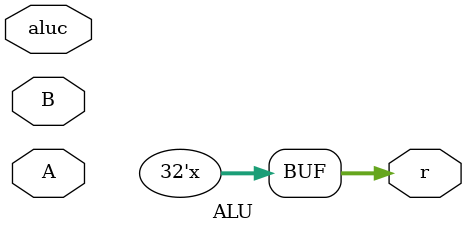
<source format=v>
`timescale 1ns / 1ps


module ALU(aluc,A, B, r);
input[3:0] aluc;
input [31:0] A,B; 
output reg [31:0] r; 
always @(aluc, A, B) begin
case (aluc)
4'hx:r<=32'hxxxxxxxx;
0: r <= A & B; 
1: r <= A | B; 
2: r <= A + B; 
6: r <= A - B; 
7: r <= A < B ? 1 : 0; 
12: r <= ~(A | B); //result is nor default: ALUOut <= 0;
15: r<=(A+B)*(~A+~B);
endcase 
end 
endmodule




</source>
